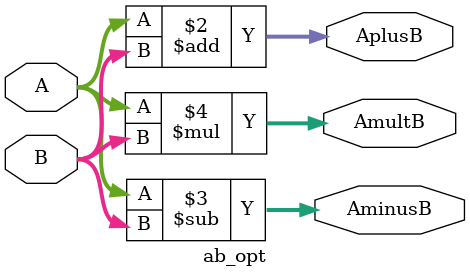
<source format=v>
module ab_opt(AplusB, AminusB, AmultB, A, B);
	input [3:0] A, B;
	output reg [4:0] AplusB, AminusB;
	output reg [7:0] AmultB;
	
	always @ (A or B)
	begin
		AplusB = A+B;
		AminusB = A-B;
		AmultB = A*B;
	end
endmodule


</source>
